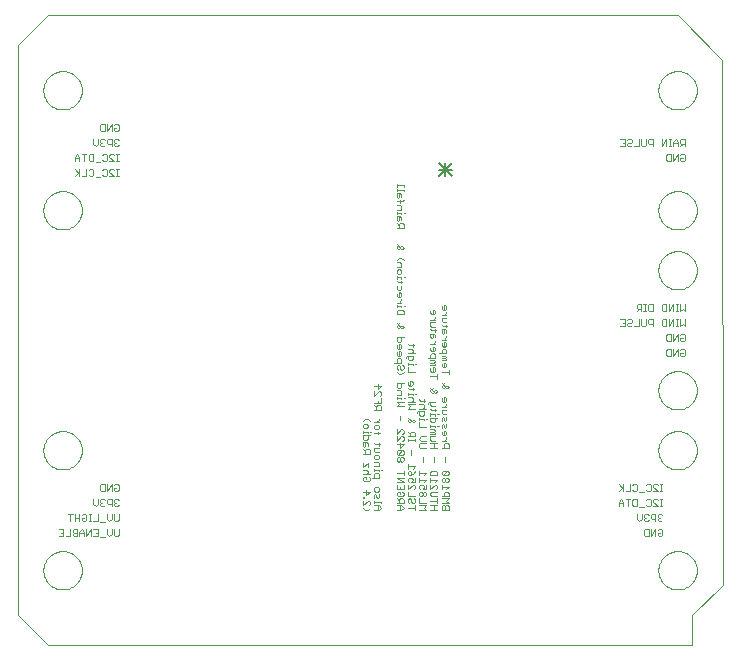
<source format=gbo>
G75*
%MOIN*%
%OFA0B0*%
%FSLAX24Y24*%
%IPPOS*%
%LPD*%
%AMOC8*
5,1,8,0,0,1.08239X$1,22.5*
%
%ADD10C,0.0000*%
%ADD11C,0.0060*%
%ADD12C,0.0020*%
D10*
X006252Y001150D02*
X006252Y020150D01*
X006752Y020646D01*
X006748Y020646D01*
X007252Y021150D01*
X028127Y021150D01*
X028256Y021146D01*
X029747Y019646D01*
X029752Y002150D01*
X028747Y001145D01*
X028747Y000150D01*
X007252Y000150D01*
X006252Y001150D01*
X007112Y002650D02*
X007114Y002700D01*
X007120Y002750D01*
X007130Y002799D01*
X007143Y002848D01*
X007161Y002895D01*
X007182Y002941D01*
X007206Y002984D01*
X007234Y003026D01*
X007265Y003066D01*
X007299Y003103D01*
X007336Y003137D01*
X007376Y003168D01*
X007418Y003196D01*
X007461Y003220D01*
X007507Y003241D01*
X007554Y003259D01*
X007603Y003272D01*
X007652Y003282D01*
X007702Y003288D01*
X007752Y003290D01*
X007802Y003288D01*
X007852Y003282D01*
X007901Y003272D01*
X007950Y003259D01*
X007997Y003241D01*
X008043Y003220D01*
X008086Y003196D01*
X008128Y003168D01*
X008168Y003137D01*
X008205Y003103D01*
X008239Y003066D01*
X008270Y003026D01*
X008298Y002984D01*
X008322Y002941D01*
X008343Y002895D01*
X008361Y002848D01*
X008374Y002799D01*
X008384Y002750D01*
X008390Y002700D01*
X008392Y002650D01*
X008390Y002600D01*
X008384Y002550D01*
X008374Y002501D01*
X008361Y002452D01*
X008343Y002405D01*
X008322Y002359D01*
X008298Y002316D01*
X008270Y002274D01*
X008239Y002234D01*
X008205Y002197D01*
X008168Y002163D01*
X008128Y002132D01*
X008086Y002104D01*
X008043Y002080D01*
X007997Y002059D01*
X007950Y002041D01*
X007901Y002028D01*
X007852Y002018D01*
X007802Y002012D01*
X007752Y002010D01*
X007702Y002012D01*
X007652Y002018D01*
X007603Y002028D01*
X007554Y002041D01*
X007507Y002059D01*
X007461Y002080D01*
X007418Y002104D01*
X007376Y002132D01*
X007336Y002163D01*
X007299Y002197D01*
X007265Y002234D01*
X007234Y002274D01*
X007206Y002316D01*
X007182Y002359D01*
X007161Y002405D01*
X007143Y002452D01*
X007130Y002501D01*
X007120Y002550D01*
X007114Y002600D01*
X007112Y002650D01*
X007112Y006650D02*
X007114Y006700D01*
X007120Y006750D01*
X007130Y006799D01*
X007143Y006848D01*
X007161Y006895D01*
X007182Y006941D01*
X007206Y006984D01*
X007234Y007026D01*
X007265Y007066D01*
X007299Y007103D01*
X007336Y007137D01*
X007376Y007168D01*
X007418Y007196D01*
X007461Y007220D01*
X007507Y007241D01*
X007554Y007259D01*
X007603Y007272D01*
X007652Y007282D01*
X007702Y007288D01*
X007752Y007290D01*
X007802Y007288D01*
X007852Y007282D01*
X007901Y007272D01*
X007950Y007259D01*
X007997Y007241D01*
X008043Y007220D01*
X008086Y007196D01*
X008128Y007168D01*
X008168Y007137D01*
X008205Y007103D01*
X008239Y007066D01*
X008270Y007026D01*
X008298Y006984D01*
X008322Y006941D01*
X008343Y006895D01*
X008361Y006848D01*
X008374Y006799D01*
X008384Y006750D01*
X008390Y006700D01*
X008392Y006650D01*
X008390Y006600D01*
X008384Y006550D01*
X008374Y006501D01*
X008361Y006452D01*
X008343Y006405D01*
X008322Y006359D01*
X008298Y006316D01*
X008270Y006274D01*
X008239Y006234D01*
X008205Y006197D01*
X008168Y006163D01*
X008128Y006132D01*
X008086Y006104D01*
X008043Y006080D01*
X007997Y006059D01*
X007950Y006041D01*
X007901Y006028D01*
X007852Y006018D01*
X007802Y006012D01*
X007752Y006010D01*
X007702Y006012D01*
X007652Y006018D01*
X007603Y006028D01*
X007554Y006041D01*
X007507Y006059D01*
X007461Y006080D01*
X007418Y006104D01*
X007376Y006132D01*
X007336Y006163D01*
X007299Y006197D01*
X007265Y006234D01*
X007234Y006274D01*
X007206Y006316D01*
X007182Y006359D01*
X007161Y006405D01*
X007143Y006452D01*
X007130Y006501D01*
X007120Y006550D01*
X007114Y006600D01*
X007112Y006650D01*
X007112Y014650D02*
X007114Y014700D01*
X007120Y014750D01*
X007130Y014799D01*
X007143Y014848D01*
X007161Y014895D01*
X007182Y014941D01*
X007206Y014984D01*
X007234Y015026D01*
X007265Y015066D01*
X007299Y015103D01*
X007336Y015137D01*
X007376Y015168D01*
X007418Y015196D01*
X007461Y015220D01*
X007507Y015241D01*
X007554Y015259D01*
X007603Y015272D01*
X007652Y015282D01*
X007702Y015288D01*
X007752Y015290D01*
X007802Y015288D01*
X007852Y015282D01*
X007901Y015272D01*
X007950Y015259D01*
X007997Y015241D01*
X008043Y015220D01*
X008086Y015196D01*
X008128Y015168D01*
X008168Y015137D01*
X008205Y015103D01*
X008239Y015066D01*
X008270Y015026D01*
X008298Y014984D01*
X008322Y014941D01*
X008343Y014895D01*
X008361Y014848D01*
X008374Y014799D01*
X008384Y014750D01*
X008390Y014700D01*
X008392Y014650D01*
X008390Y014600D01*
X008384Y014550D01*
X008374Y014501D01*
X008361Y014452D01*
X008343Y014405D01*
X008322Y014359D01*
X008298Y014316D01*
X008270Y014274D01*
X008239Y014234D01*
X008205Y014197D01*
X008168Y014163D01*
X008128Y014132D01*
X008086Y014104D01*
X008043Y014080D01*
X007997Y014059D01*
X007950Y014041D01*
X007901Y014028D01*
X007852Y014018D01*
X007802Y014012D01*
X007752Y014010D01*
X007702Y014012D01*
X007652Y014018D01*
X007603Y014028D01*
X007554Y014041D01*
X007507Y014059D01*
X007461Y014080D01*
X007418Y014104D01*
X007376Y014132D01*
X007336Y014163D01*
X007299Y014197D01*
X007265Y014234D01*
X007234Y014274D01*
X007206Y014316D01*
X007182Y014359D01*
X007161Y014405D01*
X007143Y014452D01*
X007130Y014501D01*
X007120Y014550D01*
X007114Y014600D01*
X007112Y014650D01*
X007112Y018650D02*
X007114Y018700D01*
X007120Y018750D01*
X007130Y018799D01*
X007143Y018848D01*
X007161Y018895D01*
X007182Y018941D01*
X007206Y018984D01*
X007234Y019026D01*
X007265Y019066D01*
X007299Y019103D01*
X007336Y019137D01*
X007376Y019168D01*
X007418Y019196D01*
X007461Y019220D01*
X007507Y019241D01*
X007554Y019259D01*
X007603Y019272D01*
X007652Y019282D01*
X007702Y019288D01*
X007752Y019290D01*
X007802Y019288D01*
X007852Y019282D01*
X007901Y019272D01*
X007950Y019259D01*
X007997Y019241D01*
X008043Y019220D01*
X008086Y019196D01*
X008128Y019168D01*
X008168Y019137D01*
X008205Y019103D01*
X008239Y019066D01*
X008270Y019026D01*
X008298Y018984D01*
X008322Y018941D01*
X008343Y018895D01*
X008361Y018848D01*
X008374Y018799D01*
X008384Y018750D01*
X008390Y018700D01*
X008392Y018650D01*
X008390Y018600D01*
X008384Y018550D01*
X008374Y018501D01*
X008361Y018452D01*
X008343Y018405D01*
X008322Y018359D01*
X008298Y018316D01*
X008270Y018274D01*
X008239Y018234D01*
X008205Y018197D01*
X008168Y018163D01*
X008128Y018132D01*
X008086Y018104D01*
X008043Y018080D01*
X007997Y018059D01*
X007950Y018041D01*
X007901Y018028D01*
X007852Y018018D01*
X007802Y018012D01*
X007752Y018010D01*
X007702Y018012D01*
X007652Y018018D01*
X007603Y018028D01*
X007554Y018041D01*
X007507Y018059D01*
X007461Y018080D01*
X007418Y018104D01*
X007376Y018132D01*
X007336Y018163D01*
X007299Y018197D01*
X007265Y018234D01*
X007234Y018274D01*
X007206Y018316D01*
X007182Y018359D01*
X007161Y018405D01*
X007143Y018452D01*
X007130Y018501D01*
X007120Y018550D01*
X007114Y018600D01*
X007112Y018650D01*
X027612Y018650D02*
X027614Y018700D01*
X027620Y018750D01*
X027630Y018799D01*
X027643Y018848D01*
X027661Y018895D01*
X027682Y018941D01*
X027706Y018984D01*
X027734Y019026D01*
X027765Y019066D01*
X027799Y019103D01*
X027836Y019137D01*
X027876Y019168D01*
X027918Y019196D01*
X027961Y019220D01*
X028007Y019241D01*
X028054Y019259D01*
X028103Y019272D01*
X028152Y019282D01*
X028202Y019288D01*
X028252Y019290D01*
X028302Y019288D01*
X028352Y019282D01*
X028401Y019272D01*
X028450Y019259D01*
X028497Y019241D01*
X028543Y019220D01*
X028586Y019196D01*
X028628Y019168D01*
X028668Y019137D01*
X028705Y019103D01*
X028739Y019066D01*
X028770Y019026D01*
X028798Y018984D01*
X028822Y018941D01*
X028843Y018895D01*
X028861Y018848D01*
X028874Y018799D01*
X028884Y018750D01*
X028890Y018700D01*
X028892Y018650D01*
X028890Y018600D01*
X028884Y018550D01*
X028874Y018501D01*
X028861Y018452D01*
X028843Y018405D01*
X028822Y018359D01*
X028798Y018316D01*
X028770Y018274D01*
X028739Y018234D01*
X028705Y018197D01*
X028668Y018163D01*
X028628Y018132D01*
X028586Y018104D01*
X028543Y018080D01*
X028497Y018059D01*
X028450Y018041D01*
X028401Y018028D01*
X028352Y018018D01*
X028302Y018012D01*
X028252Y018010D01*
X028202Y018012D01*
X028152Y018018D01*
X028103Y018028D01*
X028054Y018041D01*
X028007Y018059D01*
X027961Y018080D01*
X027918Y018104D01*
X027876Y018132D01*
X027836Y018163D01*
X027799Y018197D01*
X027765Y018234D01*
X027734Y018274D01*
X027706Y018316D01*
X027682Y018359D01*
X027661Y018405D01*
X027643Y018452D01*
X027630Y018501D01*
X027620Y018550D01*
X027614Y018600D01*
X027612Y018650D01*
X027612Y014650D02*
X027614Y014700D01*
X027620Y014750D01*
X027630Y014799D01*
X027643Y014848D01*
X027661Y014895D01*
X027682Y014941D01*
X027706Y014984D01*
X027734Y015026D01*
X027765Y015066D01*
X027799Y015103D01*
X027836Y015137D01*
X027876Y015168D01*
X027918Y015196D01*
X027961Y015220D01*
X028007Y015241D01*
X028054Y015259D01*
X028103Y015272D01*
X028152Y015282D01*
X028202Y015288D01*
X028252Y015290D01*
X028302Y015288D01*
X028352Y015282D01*
X028401Y015272D01*
X028450Y015259D01*
X028497Y015241D01*
X028543Y015220D01*
X028586Y015196D01*
X028628Y015168D01*
X028668Y015137D01*
X028705Y015103D01*
X028739Y015066D01*
X028770Y015026D01*
X028798Y014984D01*
X028822Y014941D01*
X028843Y014895D01*
X028861Y014848D01*
X028874Y014799D01*
X028884Y014750D01*
X028890Y014700D01*
X028892Y014650D01*
X028890Y014600D01*
X028884Y014550D01*
X028874Y014501D01*
X028861Y014452D01*
X028843Y014405D01*
X028822Y014359D01*
X028798Y014316D01*
X028770Y014274D01*
X028739Y014234D01*
X028705Y014197D01*
X028668Y014163D01*
X028628Y014132D01*
X028586Y014104D01*
X028543Y014080D01*
X028497Y014059D01*
X028450Y014041D01*
X028401Y014028D01*
X028352Y014018D01*
X028302Y014012D01*
X028252Y014010D01*
X028202Y014012D01*
X028152Y014018D01*
X028103Y014028D01*
X028054Y014041D01*
X028007Y014059D01*
X027961Y014080D01*
X027918Y014104D01*
X027876Y014132D01*
X027836Y014163D01*
X027799Y014197D01*
X027765Y014234D01*
X027734Y014274D01*
X027706Y014316D01*
X027682Y014359D01*
X027661Y014405D01*
X027643Y014452D01*
X027630Y014501D01*
X027620Y014550D01*
X027614Y014600D01*
X027612Y014650D01*
X027612Y012650D02*
X027614Y012700D01*
X027620Y012750D01*
X027630Y012799D01*
X027643Y012848D01*
X027661Y012895D01*
X027682Y012941D01*
X027706Y012984D01*
X027734Y013026D01*
X027765Y013066D01*
X027799Y013103D01*
X027836Y013137D01*
X027876Y013168D01*
X027918Y013196D01*
X027961Y013220D01*
X028007Y013241D01*
X028054Y013259D01*
X028103Y013272D01*
X028152Y013282D01*
X028202Y013288D01*
X028252Y013290D01*
X028302Y013288D01*
X028352Y013282D01*
X028401Y013272D01*
X028450Y013259D01*
X028497Y013241D01*
X028543Y013220D01*
X028586Y013196D01*
X028628Y013168D01*
X028668Y013137D01*
X028705Y013103D01*
X028739Y013066D01*
X028770Y013026D01*
X028798Y012984D01*
X028822Y012941D01*
X028843Y012895D01*
X028861Y012848D01*
X028874Y012799D01*
X028884Y012750D01*
X028890Y012700D01*
X028892Y012650D01*
X028890Y012600D01*
X028884Y012550D01*
X028874Y012501D01*
X028861Y012452D01*
X028843Y012405D01*
X028822Y012359D01*
X028798Y012316D01*
X028770Y012274D01*
X028739Y012234D01*
X028705Y012197D01*
X028668Y012163D01*
X028628Y012132D01*
X028586Y012104D01*
X028543Y012080D01*
X028497Y012059D01*
X028450Y012041D01*
X028401Y012028D01*
X028352Y012018D01*
X028302Y012012D01*
X028252Y012010D01*
X028202Y012012D01*
X028152Y012018D01*
X028103Y012028D01*
X028054Y012041D01*
X028007Y012059D01*
X027961Y012080D01*
X027918Y012104D01*
X027876Y012132D01*
X027836Y012163D01*
X027799Y012197D01*
X027765Y012234D01*
X027734Y012274D01*
X027706Y012316D01*
X027682Y012359D01*
X027661Y012405D01*
X027643Y012452D01*
X027630Y012501D01*
X027620Y012550D01*
X027614Y012600D01*
X027612Y012650D01*
X027612Y008650D02*
X027614Y008700D01*
X027620Y008750D01*
X027630Y008799D01*
X027643Y008848D01*
X027661Y008895D01*
X027682Y008941D01*
X027706Y008984D01*
X027734Y009026D01*
X027765Y009066D01*
X027799Y009103D01*
X027836Y009137D01*
X027876Y009168D01*
X027918Y009196D01*
X027961Y009220D01*
X028007Y009241D01*
X028054Y009259D01*
X028103Y009272D01*
X028152Y009282D01*
X028202Y009288D01*
X028252Y009290D01*
X028302Y009288D01*
X028352Y009282D01*
X028401Y009272D01*
X028450Y009259D01*
X028497Y009241D01*
X028543Y009220D01*
X028586Y009196D01*
X028628Y009168D01*
X028668Y009137D01*
X028705Y009103D01*
X028739Y009066D01*
X028770Y009026D01*
X028798Y008984D01*
X028822Y008941D01*
X028843Y008895D01*
X028861Y008848D01*
X028874Y008799D01*
X028884Y008750D01*
X028890Y008700D01*
X028892Y008650D01*
X028890Y008600D01*
X028884Y008550D01*
X028874Y008501D01*
X028861Y008452D01*
X028843Y008405D01*
X028822Y008359D01*
X028798Y008316D01*
X028770Y008274D01*
X028739Y008234D01*
X028705Y008197D01*
X028668Y008163D01*
X028628Y008132D01*
X028586Y008104D01*
X028543Y008080D01*
X028497Y008059D01*
X028450Y008041D01*
X028401Y008028D01*
X028352Y008018D01*
X028302Y008012D01*
X028252Y008010D01*
X028202Y008012D01*
X028152Y008018D01*
X028103Y008028D01*
X028054Y008041D01*
X028007Y008059D01*
X027961Y008080D01*
X027918Y008104D01*
X027876Y008132D01*
X027836Y008163D01*
X027799Y008197D01*
X027765Y008234D01*
X027734Y008274D01*
X027706Y008316D01*
X027682Y008359D01*
X027661Y008405D01*
X027643Y008452D01*
X027630Y008501D01*
X027620Y008550D01*
X027614Y008600D01*
X027612Y008650D01*
X027612Y006650D02*
X027614Y006700D01*
X027620Y006750D01*
X027630Y006799D01*
X027643Y006848D01*
X027661Y006895D01*
X027682Y006941D01*
X027706Y006984D01*
X027734Y007026D01*
X027765Y007066D01*
X027799Y007103D01*
X027836Y007137D01*
X027876Y007168D01*
X027918Y007196D01*
X027961Y007220D01*
X028007Y007241D01*
X028054Y007259D01*
X028103Y007272D01*
X028152Y007282D01*
X028202Y007288D01*
X028252Y007290D01*
X028302Y007288D01*
X028352Y007282D01*
X028401Y007272D01*
X028450Y007259D01*
X028497Y007241D01*
X028543Y007220D01*
X028586Y007196D01*
X028628Y007168D01*
X028668Y007137D01*
X028705Y007103D01*
X028739Y007066D01*
X028770Y007026D01*
X028798Y006984D01*
X028822Y006941D01*
X028843Y006895D01*
X028861Y006848D01*
X028874Y006799D01*
X028884Y006750D01*
X028890Y006700D01*
X028892Y006650D01*
X028890Y006600D01*
X028884Y006550D01*
X028874Y006501D01*
X028861Y006452D01*
X028843Y006405D01*
X028822Y006359D01*
X028798Y006316D01*
X028770Y006274D01*
X028739Y006234D01*
X028705Y006197D01*
X028668Y006163D01*
X028628Y006132D01*
X028586Y006104D01*
X028543Y006080D01*
X028497Y006059D01*
X028450Y006041D01*
X028401Y006028D01*
X028352Y006018D01*
X028302Y006012D01*
X028252Y006010D01*
X028202Y006012D01*
X028152Y006018D01*
X028103Y006028D01*
X028054Y006041D01*
X028007Y006059D01*
X027961Y006080D01*
X027918Y006104D01*
X027876Y006132D01*
X027836Y006163D01*
X027799Y006197D01*
X027765Y006234D01*
X027734Y006274D01*
X027706Y006316D01*
X027682Y006359D01*
X027661Y006405D01*
X027643Y006452D01*
X027630Y006501D01*
X027620Y006550D01*
X027614Y006600D01*
X027612Y006650D01*
X027612Y002650D02*
X027614Y002700D01*
X027620Y002750D01*
X027630Y002799D01*
X027643Y002848D01*
X027661Y002895D01*
X027682Y002941D01*
X027706Y002984D01*
X027734Y003026D01*
X027765Y003066D01*
X027799Y003103D01*
X027836Y003137D01*
X027876Y003168D01*
X027918Y003196D01*
X027961Y003220D01*
X028007Y003241D01*
X028054Y003259D01*
X028103Y003272D01*
X028152Y003282D01*
X028202Y003288D01*
X028252Y003290D01*
X028302Y003288D01*
X028352Y003282D01*
X028401Y003272D01*
X028450Y003259D01*
X028497Y003241D01*
X028543Y003220D01*
X028586Y003196D01*
X028628Y003168D01*
X028668Y003137D01*
X028705Y003103D01*
X028739Y003066D01*
X028770Y003026D01*
X028798Y002984D01*
X028822Y002941D01*
X028843Y002895D01*
X028861Y002848D01*
X028874Y002799D01*
X028884Y002750D01*
X028890Y002700D01*
X028892Y002650D01*
X028890Y002600D01*
X028884Y002550D01*
X028874Y002501D01*
X028861Y002452D01*
X028843Y002405D01*
X028822Y002359D01*
X028798Y002316D01*
X028770Y002274D01*
X028739Y002234D01*
X028705Y002197D01*
X028668Y002163D01*
X028628Y002132D01*
X028586Y002104D01*
X028543Y002080D01*
X028497Y002059D01*
X028450Y002041D01*
X028401Y002028D01*
X028352Y002018D01*
X028302Y002012D01*
X028252Y002010D01*
X028202Y002012D01*
X028152Y002018D01*
X028103Y002028D01*
X028054Y002041D01*
X028007Y002059D01*
X027961Y002080D01*
X027918Y002104D01*
X027876Y002132D01*
X027836Y002163D01*
X027799Y002197D01*
X027765Y002234D01*
X027734Y002274D01*
X027706Y002316D01*
X027682Y002359D01*
X027661Y002405D01*
X027643Y002452D01*
X027630Y002501D01*
X027620Y002550D01*
X027614Y002600D01*
X027612Y002650D01*
D11*
X020722Y015787D02*
X020295Y016214D01*
X020295Y016000D02*
X020722Y016000D01*
X020722Y016214D02*
X020295Y015787D01*
X020509Y015787D02*
X020509Y016214D01*
D12*
X019118Y015479D02*
X018887Y015479D01*
X018887Y015441D02*
X018887Y015518D01*
X018887Y015364D02*
X018887Y015287D01*
X018887Y015326D02*
X019118Y015326D01*
X019118Y015287D01*
X019041Y015172D02*
X019002Y015211D01*
X018887Y015211D01*
X018887Y015096D01*
X018926Y015057D01*
X018964Y015096D01*
X018964Y015211D01*
X019041Y015172D02*
X019041Y015096D01*
X019002Y014980D02*
X019002Y014904D01*
X019002Y014827D02*
X018887Y014827D01*
X018887Y014942D02*
X019079Y014942D01*
X019118Y014980D01*
X019002Y014827D02*
X019041Y014789D01*
X019041Y014674D01*
X018887Y014674D01*
X018887Y014597D02*
X018887Y014520D01*
X018887Y014558D02*
X019041Y014558D01*
X019041Y014520D01*
X019118Y014558D02*
X019156Y014558D01*
X019041Y014405D02*
X019002Y014443D01*
X018887Y014443D01*
X018887Y014328D01*
X018926Y014290D01*
X018964Y014328D01*
X018964Y014443D01*
X019041Y014405D02*
X019041Y014328D01*
X019079Y014213D02*
X019002Y014213D01*
X018964Y014175D01*
X018964Y014060D01*
X018964Y014136D02*
X018887Y014213D01*
X018887Y014060D02*
X019118Y014060D01*
X019118Y014175D01*
X019079Y014213D01*
X018964Y013523D02*
X018887Y013446D01*
X018887Y013407D01*
X018926Y013369D01*
X018964Y013369D01*
X019041Y013446D01*
X019079Y013446D01*
X019118Y013407D01*
X019079Y013369D01*
X019041Y013369D01*
X018887Y013523D01*
X018964Y013062D02*
X019041Y013062D01*
X019118Y012985D01*
X019041Y012870D02*
X019002Y012909D01*
X018887Y012909D01*
X018887Y012985D02*
X018964Y013062D01*
X019041Y012870D02*
X019041Y012755D01*
X018887Y012755D01*
X018926Y012678D02*
X019002Y012678D01*
X019041Y012640D01*
X019041Y012563D01*
X019002Y012525D01*
X018926Y012525D01*
X018887Y012563D01*
X018887Y012640D01*
X018926Y012678D01*
X018887Y012448D02*
X018887Y012372D01*
X018887Y012410D02*
X019041Y012410D01*
X019041Y012372D01*
X019041Y012295D02*
X019041Y012218D01*
X019079Y012256D02*
X018926Y012256D01*
X018887Y012295D01*
X018887Y012141D02*
X018887Y012026D01*
X018926Y011988D01*
X019002Y011988D01*
X019041Y012026D01*
X019041Y012141D01*
X019002Y011911D02*
X018964Y011911D01*
X018964Y011758D01*
X018926Y011758D02*
X019002Y011758D01*
X019041Y011796D01*
X019041Y011873D01*
X019002Y011911D01*
X018887Y011873D02*
X018887Y011796D01*
X018926Y011758D01*
X019041Y011681D02*
X019041Y011643D01*
X018964Y011566D01*
X018887Y011566D02*
X019041Y011566D01*
X019041Y011451D02*
X018887Y011451D01*
X018887Y011489D02*
X018887Y011412D01*
X018926Y011336D02*
X019079Y011336D01*
X019118Y011297D01*
X019118Y011182D01*
X018887Y011182D01*
X018887Y011297D01*
X018926Y011336D01*
X019041Y011412D02*
X019041Y011451D01*
X019118Y011451D02*
X019156Y011451D01*
X018964Y010875D02*
X018887Y010799D01*
X018887Y010760D01*
X018926Y010722D01*
X018964Y010722D01*
X019041Y010799D01*
X019079Y010799D01*
X019118Y010760D01*
X019079Y010722D01*
X019041Y010722D01*
X018887Y010875D01*
X018887Y010415D02*
X018887Y010300D01*
X018926Y010261D01*
X019002Y010261D01*
X019041Y010300D01*
X019041Y010415D01*
X019118Y010415D02*
X018887Y010415D01*
X018964Y010185D02*
X018964Y010031D01*
X018926Y010031D02*
X019002Y010031D01*
X019041Y010070D01*
X019041Y010146D01*
X019002Y010185D01*
X018964Y010185D01*
X018887Y010146D02*
X018887Y010070D01*
X018926Y010031D01*
X018964Y009954D02*
X018964Y009801D01*
X018926Y009801D02*
X019002Y009801D01*
X019041Y009839D01*
X019041Y009916D01*
X019002Y009954D01*
X018964Y009954D01*
X018887Y009916D02*
X018887Y009839D01*
X018926Y009801D01*
X018926Y009724D02*
X018887Y009686D01*
X018887Y009571D01*
X018811Y009571D02*
X019041Y009571D01*
X019041Y009686D01*
X019002Y009724D01*
X018926Y009724D01*
X018926Y009494D02*
X018887Y009456D01*
X018887Y009379D01*
X018926Y009341D01*
X019002Y009379D02*
X019002Y009456D01*
X018964Y009494D01*
X018926Y009494D01*
X019002Y009379D02*
X019041Y009341D01*
X019079Y009341D01*
X019118Y009379D01*
X019118Y009456D01*
X019079Y009494D01*
X019262Y009494D02*
X019262Y009571D01*
X019262Y009532D02*
X019416Y009532D01*
X019416Y009494D01*
X019493Y009532D02*
X019531Y009532D01*
X019377Y009648D02*
X019301Y009648D01*
X019262Y009686D01*
X019262Y009801D01*
X019224Y009801D02*
X019416Y009801D01*
X019416Y009686D01*
X019377Y009648D01*
X019186Y009724D02*
X019186Y009763D01*
X019224Y009801D01*
X019262Y009878D02*
X019493Y009878D01*
X019416Y009916D02*
X019416Y009993D01*
X019377Y010031D01*
X019262Y010031D01*
X019301Y010146D02*
X019262Y010185D01*
X019301Y010146D02*
X019454Y010146D01*
X019416Y010108D02*
X019416Y010185D01*
X019416Y009916D02*
X019377Y009878D01*
X019262Y009417D02*
X019262Y009264D01*
X019493Y009264D01*
X019377Y008957D02*
X019339Y008957D01*
X019339Y008804D01*
X019301Y008804D02*
X019377Y008804D01*
X019416Y008842D01*
X019416Y008919D01*
X019377Y008957D01*
X019262Y008919D02*
X019262Y008842D01*
X019301Y008804D01*
X019262Y008727D02*
X019301Y008688D01*
X019454Y008688D01*
X019416Y008650D02*
X019416Y008727D01*
X019416Y008535D02*
X019262Y008535D01*
X019262Y008497D02*
X019262Y008573D01*
X019262Y008420D02*
X019377Y008420D01*
X019416Y008381D01*
X019416Y008305D01*
X019377Y008266D01*
X019262Y008266D02*
X019493Y008266D01*
X019493Y008190D02*
X019262Y008190D01*
X019339Y008113D01*
X019262Y008036D01*
X019493Y008036D01*
X019599Y007959D02*
X019561Y007921D01*
X019561Y007883D01*
X019599Y007959D02*
X019791Y007959D01*
X019791Y007844D01*
X019752Y007806D01*
X019676Y007806D01*
X019637Y007844D01*
X019637Y007959D01*
X019637Y008036D02*
X019868Y008036D01*
X019791Y008075D02*
X019791Y008151D01*
X019752Y008190D01*
X019637Y008190D01*
X019676Y008305D02*
X019637Y008343D01*
X019676Y008305D02*
X019829Y008305D01*
X019791Y008343D02*
X019791Y008266D01*
X019936Y008228D02*
X019936Y008190D01*
X019936Y008228D02*
X019974Y008266D01*
X020166Y008266D01*
X020166Y008113D02*
X020051Y008113D01*
X020012Y008151D01*
X020012Y008266D01*
X020012Y008036D02*
X020051Y007998D01*
X020204Y007998D01*
X020166Y008036D02*
X020166Y007959D01*
X020166Y007844D02*
X020012Y007844D01*
X020012Y007806D02*
X020012Y007883D01*
X020012Y007729D02*
X020012Y007614D01*
X020051Y007576D01*
X020127Y007576D01*
X020166Y007614D01*
X020166Y007729D01*
X020243Y007729D02*
X020012Y007729D01*
X019906Y007691D02*
X019868Y007691D01*
X019791Y007691D02*
X019637Y007691D01*
X019637Y007653D02*
X019637Y007729D01*
X019637Y007576D02*
X019637Y007422D01*
X019868Y007422D01*
X020012Y007422D02*
X020012Y007499D01*
X020012Y007461D02*
X020166Y007461D01*
X020166Y007422D01*
X020127Y007346D02*
X020012Y007346D01*
X020012Y007269D02*
X020127Y007269D01*
X020166Y007307D01*
X020127Y007346D01*
X020127Y007269D02*
X020166Y007231D01*
X020166Y007192D01*
X020012Y007192D01*
X020012Y007115D02*
X020166Y007115D01*
X020166Y006962D02*
X020051Y006962D01*
X020012Y007000D01*
X020012Y007115D01*
X019868Y007115D02*
X019714Y007115D01*
X019637Y007039D01*
X019714Y006962D01*
X019868Y006962D01*
X019868Y006885D02*
X019676Y006885D01*
X019637Y006847D01*
X019637Y006770D01*
X019676Y006732D01*
X019868Y006732D01*
X020012Y006732D02*
X020243Y006732D01*
X020127Y006732D02*
X020127Y006885D01*
X020012Y006885D02*
X020243Y006885D01*
X020387Y006962D02*
X020541Y006962D01*
X020541Y007039D02*
X020541Y007077D01*
X020541Y007039D02*
X020464Y006962D01*
X020502Y006885D02*
X020464Y006847D01*
X020464Y006732D01*
X020387Y006732D02*
X020618Y006732D01*
X020618Y006847D01*
X020579Y006885D01*
X020502Y006885D01*
X020502Y007154D02*
X020541Y007192D01*
X020541Y007269D01*
X020502Y007307D01*
X020464Y007307D01*
X020464Y007154D01*
X020426Y007154D02*
X020502Y007154D01*
X020426Y007154D02*
X020387Y007192D01*
X020387Y007269D01*
X020387Y007384D02*
X020387Y007499D01*
X020426Y007537D01*
X020464Y007499D01*
X020464Y007422D01*
X020502Y007384D01*
X020541Y007422D01*
X020541Y007537D01*
X020502Y007614D02*
X020541Y007653D01*
X020541Y007768D01*
X020541Y007844D02*
X020426Y007844D01*
X020387Y007883D01*
X020387Y007998D01*
X020541Y007998D01*
X020541Y008075D02*
X020387Y008075D01*
X020464Y008075D02*
X020541Y008151D01*
X020541Y008190D01*
X020502Y008266D02*
X020541Y008305D01*
X020541Y008381D01*
X020502Y008420D01*
X020464Y008420D01*
X020464Y008266D01*
X020426Y008266D02*
X020502Y008266D01*
X020426Y008266D02*
X020387Y008305D01*
X020387Y008381D01*
X020204Y008573D02*
X020166Y008573D01*
X020012Y008727D01*
X020089Y008727D02*
X020012Y008650D01*
X020012Y008612D01*
X020051Y008573D01*
X020089Y008573D01*
X020166Y008650D01*
X020204Y008650D01*
X020243Y008612D01*
X020204Y008573D01*
X020387Y008765D02*
X020426Y008727D01*
X020464Y008727D01*
X020541Y008804D01*
X020579Y008804D01*
X020618Y008765D01*
X020579Y008727D01*
X020541Y008727D01*
X020387Y008880D01*
X020387Y008804D02*
X020464Y008880D01*
X020387Y008804D02*
X020387Y008765D01*
X020243Y009034D02*
X020243Y009187D01*
X020243Y009110D02*
X020012Y009110D01*
X020051Y009264D02*
X020127Y009264D01*
X020166Y009302D01*
X020166Y009379D01*
X020127Y009417D01*
X020089Y009417D01*
X020089Y009264D01*
X020051Y009264D02*
X020012Y009302D01*
X020012Y009379D01*
X020012Y009494D02*
X020166Y009494D01*
X020166Y009532D01*
X020127Y009571D01*
X020166Y009609D01*
X020127Y009648D01*
X020012Y009648D01*
X020012Y009724D02*
X020012Y009839D01*
X020051Y009878D01*
X020127Y009878D01*
X020166Y009839D01*
X020166Y009724D01*
X019936Y009724D01*
X020012Y009571D02*
X020127Y009571D01*
X020387Y009532D02*
X020387Y009456D01*
X020426Y009417D01*
X020502Y009417D01*
X020541Y009456D01*
X020541Y009532D01*
X020502Y009571D01*
X020464Y009571D01*
X020464Y009417D01*
X020387Y009264D02*
X020618Y009264D01*
X020618Y009187D02*
X020618Y009341D01*
X020541Y009648D02*
X020387Y009648D01*
X020387Y009724D02*
X020502Y009724D01*
X020541Y009763D01*
X020502Y009801D01*
X020387Y009801D01*
X020387Y009878D02*
X020387Y009993D01*
X020426Y010031D01*
X020502Y010031D01*
X020541Y009993D01*
X020541Y009878D01*
X020311Y009878D01*
X020166Y009993D02*
X020166Y010070D01*
X020127Y010108D01*
X020089Y010108D01*
X020089Y009954D01*
X020051Y009954D02*
X020127Y009954D01*
X020166Y009993D01*
X020051Y009954D02*
X020012Y009993D01*
X020012Y010070D01*
X020012Y010185D02*
X020166Y010185D01*
X020166Y010261D02*
X020166Y010300D01*
X020166Y010261D02*
X020089Y010185D01*
X020051Y010377D02*
X020089Y010415D01*
X020089Y010530D01*
X020127Y010530D02*
X020012Y010530D01*
X020012Y010415D01*
X020051Y010377D01*
X020166Y010415D02*
X020166Y010492D01*
X020127Y010530D01*
X020166Y010607D02*
X020166Y010683D01*
X020204Y010645D02*
X020051Y010645D01*
X020012Y010683D01*
X020051Y010760D02*
X020012Y010799D01*
X020012Y010914D01*
X020166Y010914D01*
X020166Y010990D02*
X020012Y010990D01*
X020089Y010990D02*
X020166Y011067D01*
X020166Y011105D01*
X020127Y011182D02*
X020166Y011221D01*
X020166Y011297D01*
X020127Y011336D01*
X020089Y011336D01*
X020089Y011182D01*
X020051Y011182D02*
X020127Y011182D01*
X020051Y011182D02*
X020012Y011221D01*
X020012Y011297D01*
X020387Y011374D02*
X020426Y011336D01*
X020502Y011336D01*
X020541Y011374D01*
X020541Y011451D01*
X020502Y011489D01*
X020464Y011489D01*
X020464Y011336D01*
X020387Y011374D02*
X020387Y011451D01*
X020541Y011259D02*
X020541Y011221D01*
X020464Y011144D01*
X020387Y011144D02*
X020541Y011144D01*
X020541Y011067D02*
X020387Y011067D01*
X020387Y010952D01*
X020426Y010914D01*
X020541Y010914D01*
X020541Y010837D02*
X020541Y010760D01*
X020579Y010799D02*
X020426Y010799D01*
X020387Y010837D01*
X020387Y010683D02*
X020387Y010568D01*
X020426Y010530D01*
X020464Y010568D01*
X020464Y010683D01*
X020502Y010683D02*
X020387Y010683D01*
X020502Y010683D02*
X020541Y010645D01*
X020541Y010568D01*
X020541Y010453D02*
X020541Y010415D01*
X020464Y010338D01*
X020464Y010261D02*
X020464Y010108D01*
X020426Y010108D02*
X020502Y010108D01*
X020541Y010146D01*
X020541Y010223D01*
X020502Y010261D01*
X020464Y010261D01*
X020387Y010223D02*
X020387Y010146D01*
X020426Y010108D01*
X020387Y010338D02*
X020541Y010338D01*
X020166Y010760D02*
X020051Y010760D01*
X020502Y009724D02*
X020541Y009686D01*
X020541Y009648D01*
X019118Y009264D02*
X019041Y009187D01*
X018964Y009187D01*
X018887Y009264D01*
X018887Y008880D02*
X018887Y008765D01*
X018926Y008727D01*
X019002Y008727D01*
X019041Y008765D01*
X019041Y008880D01*
X019118Y008880D02*
X018887Y008880D01*
X018368Y008804D02*
X018252Y008688D01*
X018252Y008842D01*
X018137Y008804D02*
X018368Y008804D01*
X018329Y008612D02*
X018291Y008612D01*
X018137Y008458D01*
X018137Y008612D01*
X018329Y008612D02*
X018368Y008573D01*
X018368Y008497D01*
X018329Y008458D01*
X018368Y008381D02*
X018368Y008228D01*
X018137Y008228D01*
X018137Y008151D02*
X018214Y008075D01*
X018214Y008113D02*
X018214Y007998D01*
X018137Y007998D02*
X018368Y007998D01*
X018368Y008113D01*
X018329Y008151D01*
X018252Y008151D01*
X018214Y008113D01*
X018252Y008228D02*
X018252Y008305D01*
X018887Y008343D02*
X018887Y008420D01*
X018887Y008381D02*
X019041Y008381D01*
X019041Y008343D01*
X019118Y008381D02*
X019156Y008381D01*
X019118Y008266D02*
X018887Y008266D01*
X018964Y008190D01*
X018887Y008113D01*
X019118Y008113D01*
X019002Y007806D02*
X019002Y007653D01*
X019262Y007653D02*
X019262Y007614D01*
X019301Y007576D01*
X019339Y007576D01*
X019416Y007653D01*
X019454Y007653D01*
X019493Y007614D01*
X019454Y007576D01*
X019416Y007576D01*
X019262Y007729D01*
X019262Y007653D02*
X019339Y007729D01*
X019791Y007691D02*
X019791Y007653D01*
X020166Y007806D02*
X020166Y007844D01*
X020243Y007844D02*
X020281Y007844D01*
X020387Y007729D02*
X020426Y007768D01*
X020464Y007729D01*
X020464Y007653D01*
X020502Y007614D01*
X020387Y007614D02*
X020387Y007729D01*
X020281Y007461D02*
X020243Y007461D01*
X019752Y008036D02*
X019791Y008075D01*
X019531Y008535D02*
X019493Y008535D01*
X019416Y008535D02*
X019416Y008497D01*
X019041Y008497D02*
X019041Y008612D01*
X019002Y008650D01*
X018887Y008650D01*
X018887Y008497D02*
X019041Y008497D01*
X018291Y007691D02*
X018291Y007653D01*
X018214Y007576D01*
X018137Y007576D02*
X018291Y007576D01*
X018252Y007499D02*
X018291Y007461D01*
X018291Y007384D01*
X018252Y007346D01*
X018176Y007346D01*
X018137Y007384D01*
X018137Y007461D01*
X018176Y007499D01*
X018252Y007499D01*
X018252Y007269D02*
X018252Y007192D01*
X018329Y007231D02*
X018137Y007231D01*
X018031Y007269D02*
X017993Y007269D01*
X017916Y007269D02*
X017762Y007269D01*
X017762Y007231D02*
X017762Y007307D01*
X017801Y007384D02*
X017762Y007422D01*
X017762Y007499D01*
X017801Y007537D01*
X017877Y007537D01*
X017916Y007499D01*
X017916Y007422D01*
X017877Y007384D01*
X017801Y007384D01*
X017916Y007269D02*
X017916Y007231D01*
X017916Y007154D02*
X017916Y007039D01*
X017877Y007000D01*
X017801Y007000D01*
X017762Y007039D01*
X017762Y007154D01*
X017993Y007154D01*
X017877Y006924D02*
X017762Y006924D01*
X017762Y006808D01*
X017801Y006770D01*
X017839Y006808D01*
X017839Y006924D01*
X017877Y006924D02*
X017916Y006885D01*
X017916Y006808D01*
X017954Y006693D02*
X017877Y006693D01*
X017839Y006655D01*
X017839Y006540D01*
X017762Y006540D02*
X017993Y006540D01*
X017993Y006655D01*
X017954Y006693D01*
X017839Y006617D02*
X017762Y006693D01*
X018137Y006732D02*
X018291Y006732D01*
X018291Y006808D02*
X018291Y006885D01*
X018329Y006847D02*
X018176Y006847D01*
X018137Y006885D01*
X018137Y006732D02*
X018137Y006617D01*
X018176Y006578D01*
X018291Y006578D01*
X018252Y006502D02*
X018291Y006463D01*
X018291Y006386D01*
X018252Y006348D01*
X018176Y006348D01*
X018137Y006386D01*
X018137Y006463D01*
X018176Y006502D01*
X018252Y006502D01*
X018252Y006271D02*
X018137Y006271D01*
X018252Y006271D02*
X018291Y006233D01*
X018291Y006118D01*
X018137Y006118D01*
X018137Y006041D02*
X018137Y005964D01*
X018137Y006003D02*
X018291Y006003D01*
X018291Y005964D01*
X018252Y005888D02*
X018176Y005888D01*
X018137Y005849D01*
X018137Y005734D01*
X018061Y005734D02*
X018291Y005734D01*
X018291Y005849D01*
X018252Y005888D01*
X018368Y006003D02*
X018406Y006003D01*
X018887Y005888D02*
X019118Y005888D01*
X019118Y005964D02*
X019118Y005811D01*
X019118Y005734D02*
X018887Y005734D01*
X019118Y005581D01*
X018887Y005581D01*
X018887Y005504D02*
X018887Y005351D01*
X019118Y005351D01*
X019118Y005504D01*
X019002Y005427D02*
X019002Y005351D01*
X019002Y005274D02*
X019002Y005197D01*
X019002Y005274D02*
X018926Y005274D01*
X018887Y005235D01*
X018887Y005159D01*
X018926Y005120D01*
X019079Y005120D01*
X019118Y005159D01*
X019118Y005235D01*
X019079Y005274D01*
X019262Y005274D02*
X019262Y005120D01*
X019493Y005120D01*
X019454Y005044D02*
X019493Y005005D01*
X019493Y004929D01*
X019454Y004890D01*
X019416Y004890D01*
X019377Y004929D01*
X019377Y005005D01*
X019339Y005044D01*
X019301Y005044D01*
X019262Y005005D01*
X019262Y004929D01*
X019301Y004890D01*
X019262Y004737D02*
X019493Y004737D01*
X019493Y004813D02*
X019493Y004660D01*
X019637Y004660D02*
X019868Y004660D01*
X019791Y004737D01*
X019868Y004813D01*
X019637Y004813D01*
X019637Y004890D02*
X019637Y005044D01*
X019676Y005120D02*
X019714Y005120D01*
X019752Y005159D01*
X019752Y005235D01*
X019714Y005274D01*
X019676Y005274D01*
X019637Y005235D01*
X019637Y005159D01*
X019676Y005120D01*
X019752Y005159D02*
X019791Y005120D01*
X019829Y005120D01*
X019868Y005159D01*
X019868Y005235D01*
X019829Y005274D01*
X019791Y005274D01*
X019752Y005235D01*
X019752Y005351D02*
X019791Y005427D01*
X019791Y005466D01*
X019752Y005504D01*
X019676Y005504D01*
X019637Y005466D01*
X019637Y005389D01*
X019676Y005351D01*
X019752Y005351D02*
X019868Y005351D01*
X019868Y005504D01*
X019791Y005581D02*
X019868Y005658D01*
X019637Y005658D01*
X019637Y005734D02*
X019637Y005581D01*
X019493Y005581D02*
X019493Y005734D01*
X019416Y005696D02*
X019377Y005734D01*
X019301Y005734D01*
X019262Y005696D01*
X019262Y005619D01*
X019301Y005581D01*
X019377Y005581D02*
X019416Y005658D01*
X019416Y005696D01*
X019377Y005811D02*
X019377Y005926D01*
X019339Y005964D01*
X019301Y005964D01*
X019262Y005926D01*
X019262Y005849D01*
X019301Y005811D01*
X019377Y005811D01*
X019454Y005888D01*
X019493Y005964D01*
X019416Y006041D02*
X019493Y006118D01*
X019262Y006118D01*
X019262Y006041D02*
X019262Y006195D01*
X019118Y006310D02*
X019079Y006271D01*
X019041Y006271D01*
X019002Y006310D01*
X019002Y006386D01*
X018964Y006425D01*
X018926Y006425D01*
X018887Y006386D01*
X018887Y006310D01*
X018926Y006271D01*
X018964Y006271D01*
X019002Y006310D01*
X019002Y006386D02*
X019041Y006425D01*
X019079Y006425D01*
X019118Y006386D01*
X019118Y006310D01*
X019079Y006502D02*
X018926Y006502D01*
X019079Y006655D01*
X018926Y006655D01*
X018887Y006617D01*
X018887Y006540D01*
X018926Y006502D01*
X019079Y006502D02*
X019118Y006540D01*
X019118Y006617D01*
X019079Y006655D01*
X019002Y006732D02*
X019002Y006885D01*
X019079Y006962D02*
X019118Y007000D01*
X019118Y007077D01*
X019079Y007115D01*
X019041Y007115D01*
X018887Y006962D01*
X018887Y007115D01*
X018887Y007192D02*
X019041Y007346D01*
X019079Y007346D01*
X019118Y007307D01*
X019118Y007231D01*
X019079Y007192D01*
X018887Y007192D02*
X018887Y007346D01*
X019262Y007269D02*
X019339Y007192D01*
X019339Y007231D02*
X019339Y007115D01*
X019262Y007115D02*
X019493Y007115D01*
X019493Y007231D01*
X019454Y007269D01*
X019377Y007269D01*
X019339Y007231D01*
X019262Y007039D02*
X019262Y006962D01*
X019262Y007000D02*
X019493Y007000D01*
X019493Y006962D02*
X019493Y007039D01*
X019118Y006847D02*
X019002Y006732D01*
X018887Y006847D02*
X019118Y006847D01*
X019377Y006655D02*
X019377Y006502D01*
X019752Y006425D02*
X019752Y006271D01*
X019637Y005964D02*
X019637Y005811D01*
X019637Y005888D02*
X019868Y005888D01*
X019791Y005811D01*
X020012Y005811D02*
X020012Y005926D01*
X020051Y005964D01*
X020204Y005964D01*
X020243Y005926D01*
X020243Y005811D01*
X020012Y005811D01*
X020012Y005734D02*
X020012Y005581D01*
X020012Y005658D02*
X020243Y005658D01*
X020166Y005581D01*
X020166Y005504D02*
X020204Y005504D01*
X020243Y005466D01*
X020243Y005389D01*
X020204Y005351D01*
X020243Y005274D02*
X020051Y005274D01*
X020012Y005235D01*
X020012Y005159D01*
X020051Y005120D01*
X020243Y005120D01*
X020243Y005044D02*
X020243Y004890D01*
X020243Y004813D02*
X020012Y004813D01*
X020127Y004813D02*
X020127Y004660D01*
X020012Y004660D02*
X020243Y004660D01*
X020387Y004660D02*
X020387Y004775D01*
X020426Y004813D01*
X020464Y004813D01*
X020502Y004775D01*
X020502Y004660D01*
X020387Y004660D02*
X020618Y004660D01*
X020618Y004775D01*
X020579Y004813D01*
X020541Y004813D01*
X020502Y004775D01*
X020387Y004890D02*
X020618Y004890D01*
X020541Y004967D01*
X020618Y005044D01*
X020387Y005044D01*
X020387Y005120D02*
X020618Y005120D01*
X020618Y005235D01*
X020579Y005274D01*
X020502Y005274D01*
X020464Y005235D01*
X020464Y005120D01*
X020387Y005351D02*
X020387Y005504D01*
X020387Y005427D02*
X020618Y005427D01*
X020541Y005351D01*
X020541Y005581D02*
X020502Y005619D01*
X020502Y005696D01*
X020464Y005734D01*
X020426Y005734D01*
X020387Y005696D01*
X020387Y005619D01*
X020426Y005581D01*
X020464Y005581D01*
X020502Y005619D01*
X020541Y005581D02*
X020579Y005581D01*
X020618Y005619D01*
X020618Y005696D01*
X020579Y005734D01*
X020541Y005734D01*
X020502Y005696D01*
X020426Y005811D02*
X020579Y005964D01*
X020426Y005964D01*
X020387Y005926D01*
X020387Y005849D01*
X020426Y005811D01*
X020579Y005811D01*
X020618Y005849D01*
X020618Y005926D01*
X020579Y005964D01*
X020502Y006271D02*
X020502Y006425D01*
X020127Y006425D02*
X020127Y006271D01*
X020166Y005504D02*
X020012Y005351D01*
X020012Y005504D01*
X019493Y005466D02*
X019493Y005389D01*
X019454Y005351D01*
X019493Y005466D02*
X019454Y005504D01*
X019416Y005504D01*
X019262Y005351D01*
X019262Y005504D01*
X019377Y005581D02*
X019493Y005581D01*
X019079Y005044D02*
X019002Y005044D01*
X018964Y005005D01*
X018964Y004890D01*
X018887Y004890D02*
X019118Y004890D01*
X019118Y005005D01*
X019079Y005044D01*
X018964Y004967D02*
X018887Y005044D01*
X018887Y004813D02*
X019041Y004813D01*
X019118Y004737D01*
X019041Y004660D01*
X018887Y004660D01*
X019002Y004660D02*
X019002Y004813D01*
X018368Y004737D02*
X018291Y004813D01*
X018137Y004813D01*
X018137Y004890D02*
X018137Y004967D01*
X018137Y004929D02*
X018368Y004929D01*
X018368Y004890D01*
X018252Y004813D02*
X018252Y004660D01*
X018291Y004660D02*
X018368Y004737D01*
X018291Y004660D02*
X018137Y004660D01*
X017993Y004737D02*
X017916Y004660D01*
X017839Y004660D01*
X017762Y004737D01*
X017762Y004813D02*
X017916Y004967D01*
X017954Y004967D01*
X017993Y004929D01*
X017993Y004852D01*
X017954Y004813D01*
X017762Y004813D02*
X017762Y004967D01*
X017762Y005044D02*
X017762Y005082D01*
X017801Y005082D01*
X017801Y005044D01*
X017762Y005044D01*
X017877Y005159D02*
X017877Y005312D01*
X017762Y005274D02*
X017993Y005274D01*
X017877Y005159D01*
X018137Y005159D02*
X018176Y005197D01*
X018214Y005159D01*
X018214Y005082D01*
X018252Y005044D01*
X018291Y005082D01*
X018291Y005197D01*
X018252Y005274D02*
X018176Y005274D01*
X018137Y005312D01*
X018137Y005389D01*
X018176Y005427D01*
X018252Y005427D01*
X018291Y005389D01*
X018291Y005312D01*
X018252Y005274D01*
X018137Y005159D02*
X018137Y005044D01*
X017954Y005619D02*
X017801Y005619D01*
X017762Y005658D01*
X017762Y005734D01*
X017801Y005773D01*
X017877Y005773D01*
X017877Y005696D01*
X017954Y005773D02*
X017993Y005734D01*
X017993Y005658D01*
X017954Y005619D01*
X017993Y005849D02*
X017762Y005849D01*
X017877Y005849D02*
X017916Y005888D01*
X017916Y005964D01*
X017877Y006003D01*
X017762Y006003D01*
X017762Y006080D02*
X017762Y006233D01*
X017762Y006080D02*
X017916Y006233D01*
X017916Y006080D01*
X018329Y007231D02*
X018368Y007269D01*
X017993Y007614D02*
X017916Y007691D01*
X017839Y007691D01*
X017762Y007614D01*
X019637Y004890D02*
X019868Y004890D01*
X020012Y004967D02*
X020243Y004967D01*
X026284Y004938D02*
X026284Y004785D01*
X026284Y004900D02*
X026438Y004900D01*
X026438Y004938D02*
X026361Y005015D01*
X026284Y004938D01*
X026438Y004938D02*
X026438Y004785D01*
X026591Y004785D02*
X026591Y005015D01*
X026515Y005015D02*
X026668Y005015D01*
X026745Y004977D02*
X026783Y005015D01*
X026898Y005015D01*
X026898Y004785D01*
X026783Y004785D01*
X026745Y004823D01*
X026745Y004977D01*
X026975Y004747D02*
X027129Y004747D01*
X027205Y004823D02*
X027244Y004785D01*
X027320Y004785D01*
X027359Y004823D01*
X027359Y004977D01*
X027320Y005015D01*
X027244Y005015D01*
X027205Y004977D01*
X027435Y004977D02*
X027474Y005015D01*
X027551Y005015D01*
X027589Y004977D01*
X027666Y005015D02*
X027742Y005015D01*
X027704Y005015D02*
X027704Y004785D01*
X027742Y004785D02*
X027666Y004785D01*
X027589Y004785D02*
X027435Y004938D01*
X027435Y004977D01*
X027435Y004785D02*
X027589Y004785D01*
X027627Y004515D02*
X027589Y004477D01*
X027589Y004438D01*
X027627Y004400D01*
X027589Y004362D01*
X027589Y004323D01*
X027627Y004285D01*
X027704Y004285D01*
X027742Y004323D01*
X027666Y004400D02*
X027627Y004400D01*
X027627Y004515D02*
X027704Y004515D01*
X027742Y004477D01*
X027512Y004515D02*
X027397Y004515D01*
X027359Y004477D01*
X027359Y004400D01*
X027397Y004362D01*
X027512Y004362D01*
X027512Y004285D02*
X027512Y004515D01*
X027282Y004477D02*
X027244Y004515D01*
X027167Y004515D01*
X027129Y004477D01*
X027129Y004438D01*
X027167Y004400D01*
X027129Y004362D01*
X027129Y004323D01*
X027167Y004285D01*
X027244Y004285D01*
X027282Y004323D01*
X027205Y004400D02*
X027167Y004400D01*
X027052Y004362D02*
X026975Y004285D01*
X026898Y004362D01*
X026898Y004515D01*
X027052Y004515D02*
X027052Y004362D01*
X027167Y004015D02*
X027282Y004015D01*
X027282Y003785D01*
X027167Y003785D01*
X027129Y003823D01*
X027129Y003977D01*
X027167Y004015D01*
X027359Y004015D02*
X027359Y003785D01*
X027512Y004015D01*
X027512Y003785D01*
X027589Y003823D02*
X027589Y003900D01*
X027666Y003900D01*
X027742Y003977D02*
X027742Y003823D01*
X027704Y003785D01*
X027627Y003785D01*
X027589Y003823D01*
X027589Y003977D02*
X027627Y004015D01*
X027704Y004015D01*
X027742Y003977D01*
X027742Y005285D02*
X027666Y005285D01*
X027704Y005285D02*
X027704Y005515D01*
X027742Y005515D02*
X027666Y005515D01*
X027589Y005477D02*
X027551Y005515D01*
X027474Y005515D01*
X027435Y005477D01*
X027435Y005438D01*
X027589Y005285D01*
X027435Y005285D01*
X027359Y005323D02*
X027320Y005285D01*
X027244Y005285D01*
X027205Y005323D01*
X027129Y005247D02*
X026975Y005247D01*
X026898Y005323D02*
X026860Y005285D01*
X026783Y005285D01*
X026745Y005323D01*
X026668Y005285D02*
X026515Y005285D01*
X026438Y005285D02*
X026438Y005515D01*
X026400Y005400D02*
X026284Y005285D01*
X026438Y005362D02*
X026284Y005515D01*
X026668Y005515D02*
X026668Y005285D01*
X026745Y005477D02*
X026783Y005515D01*
X026860Y005515D01*
X026898Y005477D01*
X026898Y005323D01*
X027205Y005477D02*
X027244Y005515D01*
X027320Y005515D01*
X027359Y005477D01*
X027359Y005323D01*
X027917Y009785D02*
X027879Y009823D01*
X027879Y009977D01*
X027917Y010015D01*
X028032Y010015D01*
X028032Y009785D01*
X027917Y009785D01*
X028109Y009785D02*
X028109Y010015D01*
X028262Y010015D02*
X028109Y009785D01*
X028262Y009785D02*
X028262Y010015D01*
X028339Y009977D02*
X028377Y010015D01*
X028454Y010015D01*
X028492Y009977D01*
X028492Y009823D01*
X028454Y009785D01*
X028377Y009785D01*
X028339Y009823D01*
X028339Y009900D01*
X028416Y009900D01*
X028454Y010285D02*
X028377Y010285D01*
X028339Y010323D01*
X028339Y010400D01*
X028416Y010400D01*
X028492Y010323D02*
X028454Y010285D01*
X028492Y010323D02*
X028492Y010477D01*
X028454Y010515D01*
X028377Y010515D01*
X028339Y010477D01*
X028262Y010515D02*
X028109Y010285D01*
X028109Y010515D01*
X028032Y010515D02*
X027917Y010515D01*
X027879Y010477D01*
X027879Y010323D01*
X027917Y010285D01*
X028032Y010285D01*
X028032Y010515D01*
X028262Y010515D02*
X028262Y010285D01*
X028262Y010785D02*
X028185Y010785D01*
X028224Y010785D02*
X028224Y011015D01*
X028262Y011015D02*
X028185Y011015D01*
X028109Y011015D02*
X027955Y010785D01*
X027955Y011015D01*
X027879Y011015D02*
X027763Y011015D01*
X027725Y010977D01*
X027725Y010823D01*
X027763Y010785D01*
X027879Y010785D01*
X027879Y011015D01*
X028109Y011015D02*
X028109Y010785D01*
X028339Y010785D02*
X028339Y011015D01*
X028492Y011015D02*
X028492Y010785D01*
X028416Y010862D01*
X028339Y010785D01*
X028339Y011285D02*
X028339Y011515D01*
X028262Y011515D02*
X028185Y011515D01*
X028224Y011515D02*
X028224Y011285D01*
X028262Y011285D02*
X028185Y011285D01*
X028109Y011285D02*
X028109Y011515D01*
X027955Y011285D01*
X027955Y011515D01*
X027879Y011515D02*
X027763Y011515D01*
X027725Y011477D01*
X027725Y011323D01*
X027763Y011285D01*
X027879Y011285D01*
X027879Y011515D01*
X028339Y011285D02*
X028416Y011362D01*
X028492Y011285D01*
X028492Y011515D01*
X027418Y011515D02*
X027418Y011285D01*
X027303Y011285D01*
X027265Y011323D01*
X027265Y011477D01*
X027303Y011515D01*
X027418Y011515D01*
X027188Y011515D02*
X027111Y011515D01*
X027150Y011515D02*
X027150Y011285D01*
X027188Y011285D02*
X027111Y011285D01*
X027034Y011285D02*
X027034Y011515D01*
X026919Y011515D01*
X026881Y011477D01*
X026881Y011400D01*
X026919Y011362D01*
X027034Y011362D01*
X026958Y011362D02*
X026881Y011285D01*
X026958Y011015D02*
X026958Y010785D01*
X026804Y010785D01*
X026728Y010823D02*
X026689Y010785D01*
X026612Y010785D01*
X026574Y010823D01*
X026574Y010862D01*
X026612Y010900D01*
X026689Y010900D01*
X026728Y010938D01*
X026728Y010977D01*
X026689Y011015D01*
X026612Y011015D01*
X026574Y010977D01*
X026497Y011015D02*
X026497Y010785D01*
X026344Y010785D01*
X026421Y010900D02*
X026497Y010900D01*
X026497Y011015D02*
X026344Y011015D01*
X027034Y011015D02*
X027034Y010823D01*
X027073Y010785D01*
X027150Y010785D01*
X027188Y010823D01*
X027188Y011015D01*
X027265Y010977D02*
X027265Y010900D01*
X027303Y010862D01*
X027418Y010862D01*
X027418Y010785D02*
X027418Y011015D01*
X027303Y011015D01*
X027265Y010977D01*
X027917Y016285D02*
X027879Y016323D01*
X027879Y016477D01*
X027917Y016515D01*
X028032Y016515D01*
X028032Y016285D01*
X027917Y016285D01*
X028109Y016285D02*
X028109Y016515D01*
X028262Y016515D02*
X028109Y016285D01*
X028262Y016285D02*
X028262Y016515D01*
X028339Y016477D02*
X028377Y016515D01*
X028454Y016515D01*
X028492Y016477D01*
X028492Y016323D01*
X028454Y016285D01*
X028377Y016285D01*
X028339Y016323D01*
X028339Y016400D01*
X028416Y016400D01*
X028492Y016785D02*
X028492Y017015D01*
X028377Y017015D01*
X028339Y016977D01*
X028339Y016900D01*
X028377Y016862D01*
X028492Y016862D01*
X028416Y016862D02*
X028339Y016785D01*
X028262Y016785D02*
X028262Y016938D01*
X028185Y017015D01*
X028109Y016938D01*
X028109Y016785D01*
X028032Y016785D02*
X027955Y016785D01*
X027994Y016785D02*
X027994Y017015D01*
X028032Y017015D02*
X027955Y017015D01*
X027879Y017015D02*
X027725Y016785D01*
X027725Y017015D01*
X027879Y017015D02*
X027879Y016785D01*
X028109Y016900D02*
X028262Y016900D01*
X027418Y016862D02*
X027303Y016862D01*
X027265Y016900D01*
X027265Y016977D01*
X027303Y017015D01*
X027418Y017015D01*
X027418Y016785D01*
X027188Y016823D02*
X027150Y016785D01*
X027073Y016785D01*
X027034Y016823D01*
X027034Y017015D01*
X026958Y017015D02*
X026958Y016785D01*
X026804Y016785D01*
X026728Y016823D02*
X026689Y016785D01*
X026612Y016785D01*
X026574Y016823D01*
X026574Y016862D01*
X026612Y016900D01*
X026689Y016900D01*
X026728Y016938D01*
X026728Y016977D01*
X026689Y017015D01*
X026612Y017015D01*
X026574Y016977D01*
X026497Y017015D02*
X026497Y016785D01*
X026344Y016785D01*
X026421Y016900D02*
X026497Y016900D01*
X026497Y017015D02*
X026344Y017015D01*
X027188Y017015D02*
X027188Y016823D01*
X019118Y015479D02*
X019118Y015441D01*
X019156Y012410D02*
X019118Y012410D01*
X009617Y015785D02*
X009541Y015785D01*
X009579Y015785D02*
X009579Y016015D01*
X009617Y016015D02*
X009541Y016015D01*
X009464Y015977D02*
X009426Y016015D01*
X009349Y016015D01*
X009310Y015977D01*
X009310Y015938D01*
X009464Y015785D01*
X009310Y015785D01*
X009234Y015823D02*
X009195Y015785D01*
X009119Y015785D01*
X009080Y015823D01*
X009004Y015747D02*
X008850Y015747D01*
X008773Y015823D02*
X008735Y015785D01*
X008658Y015785D01*
X008620Y015823D01*
X008543Y015785D02*
X008543Y016015D01*
X008620Y015977D02*
X008658Y016015D01*
X008735Y016015D01*
X008773Y015977D01*
X008773Y015823D01*
X008543Y015785D02*
X008390Y015785D01*
X008313Y015785D02*
X008313Y016015D01*
X008275Y015900D02*
X008159Y015785D01*
X008313Y015862D02*
X008159Y016015D01*
X008159Y016285D02*
X008159Y016438D01*
X008236Y016515D01*
X008313Y016438D01*
X008313Y016285D01*
X008313Y016400D02*
X008159Y016400D01*
X008390Y016515D02*
X008543Y016515D01*
X008466Y016515D02*
X008466Y016285D01*
X008620Y016323D02*
X008620Y016477D01*
X008658Y016515D01*
X008773Y016515D01*
X008773Y016285D01*
X008658Y016285D01*
X008620Y016323D01*
X008850Y016247D02*
X009004Y016247D01*
X009080Y016323D02*
X009119Y016285D01*
X009195Y016285D01*
X009234Y016323D01*
X009234Y016477D01*
X009195Y016515D01*
X009119Y016515D01*
X009080Y016477D01*
X009310Y016477D02*
X009310Y016438D01*
X009464Y016285D01*
X009310Y016285D01*
X009310Y016477D02*
X009349Y016515D01*
X009426Y016515D01*
X009464Y016477D01*
X009541Y016515D02*
X009617Y016515D01*
X009579Y016515D02*
X009579Y016285D01*
X009617Y016285D02*
X009541Y016285D01*
X009234Y015977D02*
X009234Y015823D01*
X009234Y015977D02*
X009195Y016015D01*
X009119Y016015D01*
X009080Y015977D01*
X009042Y016785D02*
X009119Y016785D01*
X009157Y016823D01*
X009234Y016900D02*
X009272Y016862D01*
X009387Y016862D01*
X009464Y016862D02*
X009464Y016823D01*
X009502Y016785D01*
X009579Y016785D01*
X009617Y016823D01*
X009541Y016900D02*
X009502Y016900D01*
X009464Y016862D01*
X009502Y016900D02*
X009464Y016938D01*
X009464Y016977D01*
X009502Y017015D01*
X009579Y017015D01*
X009617Y016977D01*
X009387Y017015D02*
X009387Y016785D01*
X009234Y016900D02*
X009234Y016977D01*
X009272Y017015D01*
X009387Y017015D01*
X009157Y016977D02*
X009119Y017015D01*
X009042Y017015D01*
X009004Y016977D01*
X009004Y016938D01*
X009042Y016900D01*
X009004Y016862D01*
X009004Y016823D01*
X009042Y016785D01*
X009042Y016900D02*
X009080Y016900D01*
X008927Y016862D02*
X008927Y017015D01*
X008927Y016862D02*
X008850Y016785D01*
X008773Y016862D01*
X008773Y017015D01*
X009042Y017285D02*
X009004Y017323D01*
X009004Y017477D01*
X009042Y017515D01*
X009157Y017515D01*
X009157Y017285D01*
X009042Y017285D01*
X009234Y017285D02*
X009234Y017515D01*
X009387Y017515D02*
X009234Y017285D01*
X009387Y017285D02*
X009387Y017515D01*
X009464Y017477D02*
X009502Y017515D01*
X009579Y017515D01*
X009617Y017477D01*
X009617Y017323D01*
X009579Y017285D01*
X009502Y017285D01*
X009464Y017323D01*
X009464Y017400D01*
X009541Y017400D01*
X009579Y005515D02*
X009617Y005477D01*
X009617Y005323D01*
X009579Y005285D01*
X009502Y005285D01*
X009464Y005323D01*
X009464Y005400D01*
X009541Y005400D01*
X009464Y005477D02*
X009502Y005515D01*
X009579Y005515D01*
X009387Y005515D02*
X009234Y005285D01*
X009234Y005515D01*
X009157Y005515D02*
X009157Y005285D01*
X009042Y005285D01*
X009004Y005323D01*
X009004Y005477D01*
X009042Y005515D01*
X009157Y005515D01*
X009387Y005515D02*
X009387Y005285D01*
X009387Y005015D02*
X009272Y005015D01*
X009234Y004977D01*
X009234Y004900D01*
X009272Y004862D01*
X009387Y004862D01*
X009464Y004862D02*
X009464Y004823D01*
X009502Y004785D01*
X009579Y004785D01*
X009617Y004823D01*
X009541Y004900D02*
X009502Y004900D01*
X009464Y004862D01*
X009502Y004900D02*
X009464Y004938D01*
X009464Y004977D01*
X009502Y005015D01*
X009579Y005015D01*
X009617Y004977D01*
X009387Y005015D02*
X009387Y004785D01*
X009157Y004823D02*
X009119Y004785D01*
X009042Y004785D01*
X009004Y004823D01*
X009004Y004862D01*
X009042Y004900D01*
X009080Y004900D01*
X009042Y004900D02*
X009004Y004938D01*
X009004Y004977D01*
X009042Y005015D01*
X009119Y005015D01*
X009157Y004977D01*
X008927Y005015D02*
X008927Y004862D01*
X008850Y004785D01*
X008773Y004862D01*
X008773Y005015D01*
X008697Y004515D02*
X008620Y004515D01*
X008658Y004515D02*
X008658Y004285D01*
X008620Y004285D02*
X008697Y004285D01*
X008773Y004285D02*
X008927Y004285D01*
X008927Y004515D01*
X009004Y004247D02*
X009157Y004247D01*
X009234Y004362D02*
X009234Y004515D01*
X009387Y004515D02*
X009387Y004362D01*
X009310Y004285D01*
X009234Y004362D01*
X009464Y004323D02*
X009464Y004515D01*
X009617Y004515D02*
X009617Y004323D01*
X009579Y004285D01*
X009502Y004285D01*
X009464Y004323D01*
X009464Y004015D02*
X009464Y003823D01*
X009502Y003785D01*
X009579Y003785D01*
X009617Y003823D01*
X009617Y004015D01*
X009387Y004015D02*
X009387Y003862D01*
X009310Y003785D01*
X009234Y003862D01*
X009234Y004015D01*
X009157Y003747D02*
X009004Y003747D01*
X008927Y003785D02*
X008773Y003785D01*
X008697Y003785D02*
X008697Y004015D01*
X008543Y003785D01*
X008543Y004015D01*
X008466Y003938D02*
X008466Y003785D01*
X008466Y003900D02*
X008313Y003900D01*
X008313Y003938D02*
X008313Y003785D01*
X008236Y003785D02*
X008121Y003785D01*
X008083Y003823D01*
X008083Y003862D01*
X008121Y003900D01*
X008236Y003900D01*
X008313Y003938D02*
X008390Y004015D01*
X008466Y003938D01*
X008236Y004015D02*
X008121Y004015D01*
X008083Y003977D01*
X008083Y003938D01*
X008121Y003900D01*
X008006Y004015D02*
X008006Y003785D01*
X007853Y003785D01*
X007776Y003785D02*
X007622Y003785D01*
X007699Y003900D02*
X007776Y003900D01*
X007776Y004015D02*
X007776Y003785D01*
X007776Y004015D02*
X007622Y004015D01*
X008006Y004285D02*
X008006Y004515D01*
X008083Y004515D02*
X007929Y004515D01*
X008159Y004515D02*
X008159Y004285D01*
X008159Y004400D02*
X008313Y004400D01*
X008390Y004400D02*
X008466Y004400D01*
X008390Y004400D02*
X008390Y004323D01*
X008428Y004285D01*
X008505Y004285D01*
X008543Y004323D01*
X008543Y004477D01*
X008505Y004515D01*
X008428Y004515D01*
X008390Y004477D01*
X008313Y004515D02*
X008313Y004285D01*
X008236Y004015D02*
X008236Y003785D01*
X008773Y004015D02*
X008927Y004015D01*
X008927Y003785D01*
X008927Y003900D02*
X008850Y003900D01*
M02*

</source>
